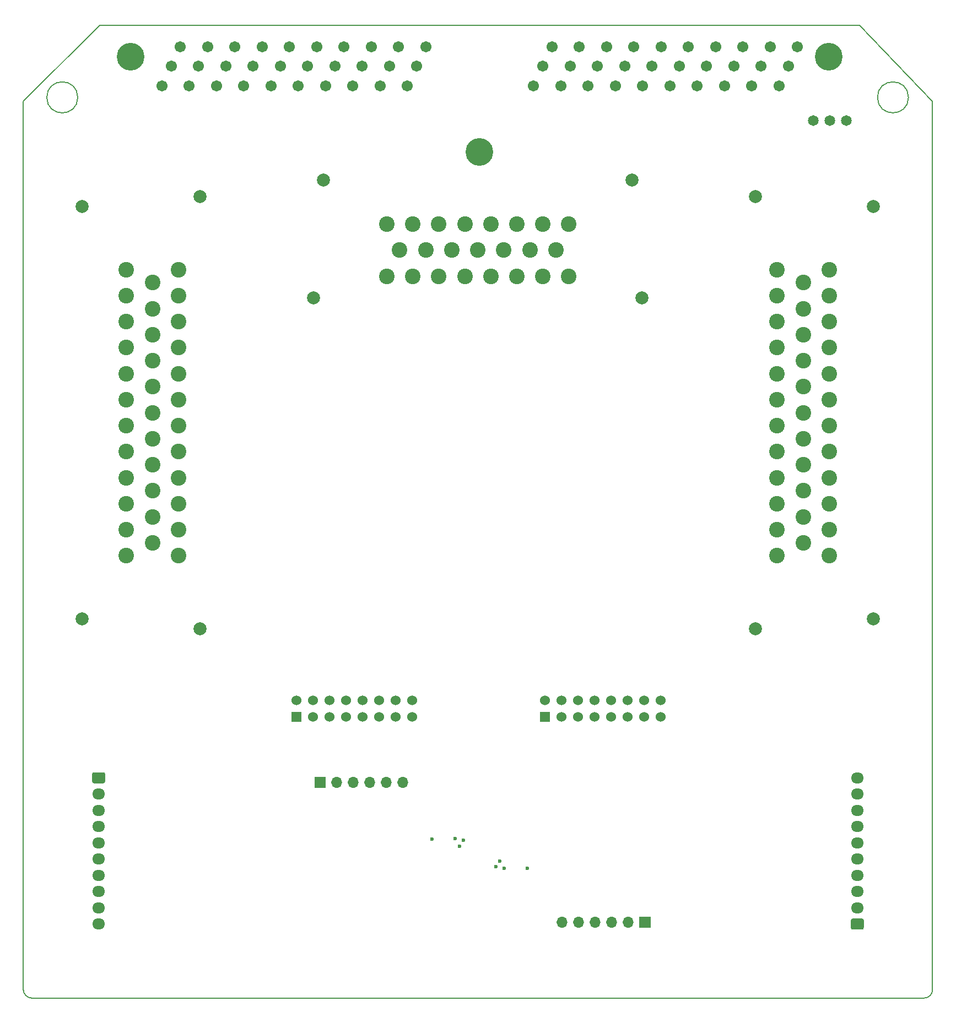
<source format=gbs>
G04 #@! TF.GenerationSoftware,KiCad,Pcbnew,(6.0.1)*
G04 #@! TF.CreationDate,2022-06-06T18:05:19+03:00*
G04 #@! TF.ProjectId,5.0mustangProteusPnP,352e306d-7573-4746-916e-6750726f7465,R0.1*
G04 #@! TF.SameCoordinates,Original*
G04 #@! TF.FileFunction,Soldermask,Bot*
G04 #@! TF.FilePolarity,Negative*
%FSLAX46Y46*%
G04 Gerber Fmt 4.6, Leading zero omitted, Abs format (unit mm)*
G04 Created by KiCad (PCBNEW (6.0.1)) date 2022-06-06 18:05:19*
%MOMM*%
%LPD*%
G01*
G04 APERTURE LIST*
G04 #@! TA.AperFunction,Profile*
%ADD10C,0.200000*%
G04 #@! TD*
%ADD11C,4.250152*%
%ADD12C,1.714652*%
%ADD13C,1.524152*%
%ADD14C,1.651152*%
%ADD15C,2.000152*%
%ADD16C,2.400152*%
%ADD17O,1.700152X1.700152*%
%ADD18C,0.600151*%
%ADD19O,1.950152X1.700152*%
G04 APERTURE END LIST*
D10*
X20000000Y21270000D02*
X20000000Y157844000D01*
X148521100Y169606000D02*
X31753100Y169606000D01*
X31753100Y169606000D02*
X20000000Y157844000D01*
X159700000Y21270000D02*
X159700000Y157844000D01*
X158430000Y20000000D02*
G75*
G03*
X159700000Y21270000I1J1269999D01*
G01*
X28350250Y158493500D02*
G75*
G03*
X28350250Y158493500I-2381250J0D01*
G01*
X148521100Y169606000D02*
X159700000Y157844000D01*
X20000000Y21270000D02*
G75*
G03*
X21270000Y20000000I1269999J-1D01*
G01*
X158430000Y20000000D02*
X21270000Y20000000D01*
X155992750Y158493500D02*
G75*
G03*
X155992750Y158493500I-2381250J0D01*
G01*
D11*
G04 #@! TO.C,U1*
X143724800Y164758800D03*
X36481800Y164758800D03*
X90104000Y150118800D03*
D12*
X138947200Y166308800D03*
X134756400Y166308800D03*
X130565600Y166308800D03*
X126374800Y166308800D03*
X122184000Y166308800D03*
X117993200Y166308800D03*
X113802400Y166308800D03*
X109611600Y166308800D03*
X105420800Y166308800D03*
X101230000Y166308800D03*
X81826000Y166308800D03*
X77635200Y166308800D03*
X73444400Y166308800D03*
X69253600Y166308800D03*
X65062800Y166308800D03*
X60872000Y166308800D03*
X56681200Y166308800D03*
X52490400Y166308800D03*
X48299600Y166308800D03*
X44108800Y166308800D03*
X137531200Y163283800D03*
X133340400Y163283800D03*
X129149600Y163283800D03*
X124958800Y163283800D03*
X120768000Y163283800D03*
X116577200Y163283800D03*
X112386400Y163283800D03*
X108195600Y163283800D03*
X104004800Y163283800D03*
X99814000Y163283800D03*
X80410000Y163283800D03*
X76219200Y163283800D03*
X72028400Y163283800D03*
X67837600Y163283800D03*
X63646800Y163283800D03*
X59456000Y163283800D03*
X55265200Y163283800D03*
X51074400Y163283800D03*
X46883600Y163283800D03*
X42692800Y163283800D03*
X136115200Y160258800D03*
X131924400Y160258800D03*
X127733600Y160258800D03*
X123542800Y160258800D03*
X119352000Y160258800D03*
X115161200Y160258800D03*
X110970400Y160258800D03*
X106779600Y160258800D03*
X102588800Y160258800D03*
X98398000Y160258800D03*
X78994000Y160258800D03*
X74803200Y160258800D03*
X70612400Y160258800D03*
X66421600Y160258800D03*
X62230800Y160258800D03*
X58040000Y160258800D03*
X53849200Y160258800D03*
X49658400Y160258800D03*
X45467600Y160258800D03*
X41276800Y160258800D03*
G04 #@! TD*
G04 #@! TO.C,J2*
G36*
G01*
X99382924Y62458640D02*
X99382924Y63982640D01*
G75*
G02*
X99383000Y63982716I76J0D01*
G01*
X100907000Y63982716D01*
G75*
G02*
X100907076Y63982640I0J-76D01*
G01*
X100907076Y62458640D01*
G75*
G02*
X100907000Y62458564I-76J0D01*
G01*
X99383000Y62458564D01*
G75*
G02*
X99382924Y62458640I0J76D01*
G01*
G37*
D13*
X100145000Y65760640D03*
X102685000Y63220640D03*
X102685000Y65760640D03*
X105225000Y63220640D03*
X105225000Y65760640D03*
X107765000Y63220640D03*
X107765000Y65760640D03*
X110305000Y63220640D03*
X110305000Y65760640D03*
X112845000Y63220640D03*
X112845000Y65760640D03*
X115385000Y63220640D03*
X115385000Y65760640D03*
X117925000Y63220640D03*
X117925000Y65760640D03*
G04 #@! TD*
G04 #@! TO.C,J4*
G36*
G01*
X61176334Y62458640D02*
X61176334Y63982640D01*
G75*
G02*
X61176410Y63982716I76J0D01*
G01*
X62700410Y63982716D01*
G75*
G02*
X62700486Y63982640I0J-76D01*
G01*
X62700486Y62458640D01*
G75*
G02*
X62700410Y62458564I-76J0D01*
G01*
X61176410Y62458564D01*
G75*
G02*
X61176334Y62458640I0J76D01*
G01*
G37*
X61938410Y65760640D03*
X64478410Y63220640D03*
X64478410Y65760640D03*
X67018410Y63220640D03*
X67018410Y65760640D03*
X69558410Y63220640D03*
X69558410Y65760640D03*
X72098410Y63220640D03*
X72098410Y65760640D03*
X74638410Y63220640D03*
X74638410Y65760640D03*
X77178410Y63220640D03*
X77178410Y65760640D03*
X79718410Y63220640D03*
X79718410Y65760640D03*
G04 #@! TD*
D14*
G04 #@! TO.C,J1*
X146441200Y154901940D03*
X143901200Y154901940D03*
X141361200Y154901940D03*
G04 #@! TD*
D15*
G04 #@! TO.C,BRD1*
X29019000Y78299000D03*
X47119000Y143199000D03*
X47119000Y76799000D03*
X66119000Y145799000D03*
X115019000Y127699000D03*
X150619000Y141699000D03*
X64619000Y127699000D03*
X132519000Y143199000D03*
X113519000Y145799000D03*
X150619000Y78299000D03*
X132519000Y76799000D03*
X29019000Y141699000D03*
D16*
X35819000Y131999000D03*
X35819000Y127999000D03*
X35819000Y123999000D03*
X35819000Y119999000D03*
X35819000Y115999000D03*
X35819000Y111999000D03*
X35819000Y107999000D03*
X35819000Y103999000D03*
X35819000Y99999000D03*
X35819000Y95999000D03*
X35819000Y91999000D03*
X35819000Y87999000D03*
X39819000Y129999000D03*
X39819000Y125999000D03*
X39819000Y121999000D03*
X39819000Y117999000D03*
X39819000Y113999000D03*
X39819000Y109999000D03*
X39819000Y105999000D03*
X39819000Y101999000D03*
X39819000Y97999000D03*
X39819000Y93999000D03*
X39819000Y89999000D03*
X43819000Y131999000D03*
X43819000Y127999000D03*
X43819000Y123999000D03*
X43819000Y119999000D03*
X43819000Y115999000D03*
X43819000Y111999000D03*
X43819000Y107999000D03*
X43819000Y103999000D03*
X43819000Y99999000D03*
X43819000Y95999000D03*
X43819000Y91999000D03*
X43819000Y87999000D03*
X103819000Y138999000D03*
X99819000Y138999000D03*
X95819000Y138999000D03*
X91819000Y138999000D03*
X87819000Y138999000D03*
X83819000Y138999000D03*
X79819000Y138999000D03*
X75819000Y138999000D03*
X101819000Y134999000D03*
X97819000Y134999000D03*
X93819000Y134999000D03*
X89819000Y134999000D03*
X85819000Y134999000D03*
X81819000Y134999000D03*
X77819000Y134999000D03*
X103819000Y130999000D03*
X99819000Y130999000D03*
X95819000Y130999000D03*
X91819000Y130999000D03*
X87819000Y130999000D03*
X83819000Y130999000D03*
X79819000Y130999000D03*
X75819000Y130999000D03*
X143819000Y87999000D03*
X143819000Y91999000D03*
X143819000Y95999000D03*
X143819000Y99999000D03*
X143819000Y103999000D03*
X143819000Y107999000D03*
X143819000Y111999000D03*
X143819000Y115999000D03*
X143819000Y119999000D03*
X143819000Y123999000D03*
X143819000Y127999000D03*
X143819000Y131999000D03*
X139819000Y89999000D03*
X139819000Y93999000D03*
X139819000Y97999000D03*
X139819000Y101999000D03*
X139819000Y105999000D03*
X139819000Y109999000D03*
X139819000Y113999000D03*
X139819000Y117999000D03*
X139819000Y121999000D03*
X139819000Y125999000D03*
X139819000Y129999000D03*
X135819000Y87999000D03*
X135819000Y91999000D03*
X135819000Y95999000D03*
X135819000Y99999000D03*
X135819000Y103999000D03*
X135819000Y107999000D03*
X135819000Y111999000D03*
X135819000Y115999000D03*
X135819000Y119999000D03*
X135819000Y123999000D03*
X135819000Y127999000D03*
X135819000Y131999000D03*
G04 #@! TD*
G04 #@! TO.C,J13*
G36*
G01*
X66443000Y52296924D02*
X64743000Y52296924D01*
G75*
G02*
X64742924Y52297000I0J76D01*
G01*
X64742924Y53997000D01*
G75*
G02*
X64743000Y53997076I76J0D01*
G01*
X66443000Y53997076D01*
G75*
G02*
X66443076Y53997000I0J-76D01*
G01*
X66443076Y52297000D01*
G75*
G02*
X66443000Y52296924I-76J0D01*
G01*
G37*
D17*
X68133000Y53147000D03*
X70673000Y53147000D03*
X73213000Y53147000D03*
X75753000Y53147000D03*
X78293000Y53147000D03*
G04 #@! TD*
D18*
G04 #@! TO.C,M2*
X92632662Y40210501D03*
X93157662Y41085503D03*
X93907660Y39910499D03*
X97457661Y39985502D03*
G04 #@! TD*
G04 #@! TO.C,J7*
G36*
G01*
X30832000Y54714076D02*
X32282000Y54714076D01*
G75*
G02*
X32532076Y54464000I0J-250076D01*
G01*
X32532076Y53264000D01*
G75*
G02*
X32282000Y53013924I-250076J0D01*
G01*
X30832000Y53013924D01*
G75*
G02*
X30581924Y53264000I0J250076D01*
G01*
X30581924Y54464000D01*
G75*
G02*
X30832000Y54714076I250076J0D01*
G01*
G37*
D19*
X31557000Y51364000D03*
X31557000Y48864000D03*
X31557000Y46364000D03*
X31557000Y43864000D03*
X31557000Y41364000D03*
X31557000Y38864000D03*
X31557000Y36364000D03*
X31557000Y33864000D03*
X31557000Y31364000D03*
G04 #@! TD*
D18*
G04 #@! TO.C,M4*
X87575338Y44235498D03*
X87050338Y43360496D03*
X86300340Y44535500D03*
X82750339Y44460497D03*
G04 #@! TD*
G04 #@! TO.C,J3*
G36*
G01*
X114654000Y32534076D02*
X116354000Y32534076D01*
G75*
G02*
X116354076Y32534000I0J-76D01*
G01*
X116354076Y30834000D01*
G75*
G02*
X116354000Y30833924I-76J0D01*
G01*
X114654000Y30833924D01*
G75*
G02*
X114653924Y30834000I0J76D01*
G01*
X114653924Y32534000D01*
G75*
G02*
X114654000Y32534076I76J0D01*
G01*
G37*
D17*
X112964000Y31684000D03*
X110424000Y31684000D03*
X107884000Y31684000D03*
X105344000Y31684000D03*
X102804000Y31684000D03*
G04 #@! TD*
G04 #@! TO.C,J10*
G36*
G01*
X148868000Y30513924D02*
X147418000Y30513924D01*
G75*
G02*
X147167924Y30764000I0J250076D01*
G01*
X147167924Y31964000D01*
G75*
G02*
X147418000Y32214076I250076J0D01*
G01*
X148868000Y32214076D01*
G75*
G02*
X149118076Y31964000I0J-250076D01*
G01*
X149118076Y30764000D01*
G75*
G02*
X148868000Y30513924I-250076J0D01*
G01*
G37*
D19*
X148143000Y33864000D03*
X148143000Y36364000D03*
X148143000Y38864000D03*
X148143000Y41364000D03*
X148143000Y43864000D03*
X148143000Y46364000D03*
X148143000Y48864000D03*
X148143000Y51364000D03*
X148143000Y53864000D03*
G04 #@! TD*
M02*

</source>
